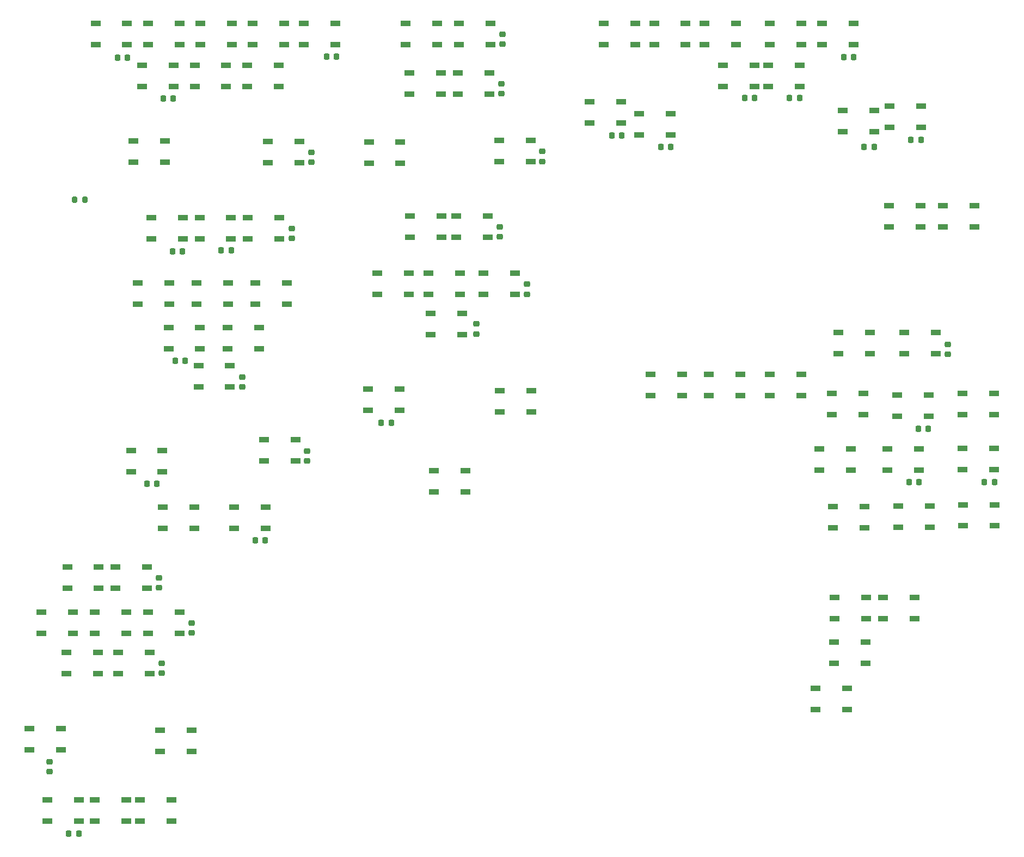
<source format=gbr>
%TF.GenerationSoftware,KiCad,Pcbnew,7.0.1*%
%TF.CreationDate,2023-04-16T02:52:32-08:00*%
%TF.ProjectId,SELECT JETT PANEL,53454c45-4354-4204-9a45-54542050414e,4*%
%TF.SameCoordinates,Original*%
%TF.FileFunction,Paste,Top*%
%TF.FilePolarity,Positive*%
%FSLAX46Y46*%
G04 Gerber Fmt 4.6, Leading zero omitted, Abs format (unit mm)*
G04 Created by KiCad (PCBNEW 7.0.1) date 2023-04-16 02:52:32*
%MOMM*%
%LPD*%
G01*
G04 APERTURE LIST*
G04 Aperture macros list*
%AMRoundRect*
0 Rectangle with rounded corners*
0 $1 Rounding radius*
0 $2 $3 $4 $5 $6 $7 $8 $9 X,Y pos of 4 corners*
0 Add a 4 corners polygon primitive as box body*
4,1,4,$2,$3,$4,$5,$6,$7,$8,$9,$2,$3,0*
0 Add four circle primitives for the rounded corners*
1,1,$1+$1,$2,$3*
1,1,$1+$1,$4,$5*
1,1,$1+$1,$6,$7*
1,1,$1+$1,$8,$9*
0 Add four rect primitives between the rounded corners*
20,1,$1+$1,$2,$3,$4,$5,0*
20,1,$1+$1,$4,$5,$6,$7,0*
20,1,$1+$1,$6,$7,$8,$9,0*
20,1,$1+$1,$8,$9,$2,$3,0*%
G04 Aperture macros list end*
%ADD10R,1.500000X0.900000*%
%ADD11RoundRect,0.225000X-0.225000X-0.250000X0.225000X-0.250000X0.225000X0.250000X-0.225000X0.250000X0*%
%ADD12RoundRect,0.225000X-0.250000X0.225000X-0.250000X-0.225000X0.250000X-0.225000X0.250000X0.225000X0*%
%ADD13RoundRect,0.225000X0.250000X-0.225000X0.250000X0.225000X-0.250000X0.225000X-0.250000X-0.225000X0*%
%ADD14RoundRect,0.200000X-0.200000X-0.275000X0.200000X-0.275000X0.200000X0.275000X-0.200000X0.275000X0*%
G04 APERTURE END LIST*
D10*
%TO.C,D41*%
X153350000Y-51750000D03*
X153350000Y-55050000D03*
X158250000Y-55050000D03*
X158250000Y-51750000D03*
%TD*%
D11*
%TO.C,C2*%
X93995000Y-38910000D03*
X95545000Y-38910000D03*
%TD*%
%TO.C,C4*%
X101145000Y-45270000D03*
X102695000Y-45270000D03*
%TD*%
%TO.C,C3*%
X128085000Y-38760000D03*
X126535000Y-38760000D03*
%TD*%
D12*
%TO.C,C5*%
X124190000Y-53597500D03*
X124190000Y-55147500D03*
%TD*%
%TO.C,C6*%
X121080000Y-65495000D03*
X121080000Y-67045000D03*
%TD*%
D11*
%TO.C,C7*%
X110137000Y-68900000D03*
X111687000Y-68900000D03*
%TD*%
%TO.C,C8*%
X102537000Y-69000000D03*
X104087000Y-69000000D03*
%TD*%
%TO.C,C13*%
X98585000Y-105210000D03*
X100135000Y-105210000D03*
%TD*%
D12*
%TO.C,C10*%
X113410000Y-88605000D03*
X113410000Y-90155000D03*
%TD*%
D11*
%TO.C,C9*%
X103015000Y-86070000D03*
X104565000Y-86070000D03*
%TD*%
D12*
%TO.C,C11*%
X123530000Y-100095000D03*
X123530000Y-101645000D03*
%TD*%
D11*
%TO.C,C12*%
X115445000Y-114030000D03*
X116995000Y-114030000D03*
%TD*%
D12*
%TO.C,C14*%
X100500000Y-119837000D03*
X100500000Y-121387000D03*
%TD*%
%TO.C,C15*%
X105500000Y-126837000D03*
X105500000Y-128387000D03*
%TD*%
%TO.C,C16*%
X100900000Y-133137000D03*
X100900000Y-134687000D03*
%TD*%
D13*
%TO.C,C18*%
X83440000Y-149985000D03*
X83440000Y-148435000D03*
%TD*%
D11*
%TO.C,C17*%
X86435000Y-159620000D03*
X87985000Y-159620000D03*
%TD*%
D12*
%TO.C,C24*%
X149800000Y-80337500D03*
X149800000Y-81887500D03*
%TD*%
D11*
%TO.C,C25*%
X135035000Y-95700000D03*
X136585000Y-95700000D03*
%TD*%
D12*
%TO.C,C23*%
X157700000Y-75687500D03*
X157700000Y-74137500D03*
%TD*%
%TO.C,C21*%
X160070000Y-53485000D03*
X160070000Y-55035000D03*
%TD*%
%TO.C,C22*%
X153500000Y-65237500D03*
X153500000Y-66787500D03*
%TD*%
%TO.C,C20*%
X153700000Y-42937500D03*
X153700000Y-44487500D03*
%TD*%
%TO.C,C19*%
X153900000Y-35237500D03*
X153900000Y-36787500D03*
%TD*%
D11*
%TO.C,C30*%
X178485000Y-52820000D03*
X180035000Y-52820000D03*
%TD*%
%TO.C,C29*%
X170875000Y-50970000D03*
X172425000Y-50970000D03*
%TD*%
%TO.C,C26*%
X206937000Y-38800000D03*
X208487000Y-38800000D03*
%TD*%
%TO.C,C28*%
X198537000Y-45200000D03*
X200087000Y-45200000D03*
%TD*%
%TO.C,C27*%
X191537000Y-45200000D03*
X193087000Y-45200000D03*
%TD*%
%TO.C,C31*%
X210137000Y-52800000D03*
X211687000Y-52800000D03*
%TD*%
%TO.C,C32*%
X217405000Y-51680000D03*
X218955000Y-51680000D03*
%TD*%
D12*
%TO.C,C33*%
X223100000Y-83515000D03*
X223100000Y-85065000D03*
%TD*%
D11*
%TO.C,C34*%
X218537000Y-96600000D03*
X220087000Y-96600000D03*
%TD*%
%TO.C,C35*%
X217105000Y-104940000D03*
X218655000Y-104940000D03*
%TD*%
%TO.C,C36*%
X228837000Y-104900000D03*
X230387000Y-104900000D03*
%TD*%
D10*
%TO.C,D2*%
X90600000Y-33550000D03*
X90600000Y-36850000D03*
X95500000Y-36850000D03*
X95500000Y-33550000D03*
%TD*%
%TO.C,D3*%
X98750000Y-33550000D03*
X98750000Y-36850000D03*
X103650000Y-36850000D03*
X103650000Y-33550000D03*
%TD*%
%TO.C,D4*%
X106900000Y-33550000D03*
X106900000Y-36850000D03*
X111800000Y-36850000D03*
X111800000Y-33550000D03*
%TD*%
%TO.C,D5*%
X115050000Y-33550000D03*
X115050000Y-36850000D03*
X119950000Y-36850000D03*
X119950000Y-33550000D03*
%TD*%
%TO.C,D6*%
X127900000Y-33550000D03*
X127900000Y-36850000D03*
X123000000Y-36850000D03*
X123000000Y-33550000D03*
%TD*%
%TO.C,D7*%
X97840000Y-40050000D03*
X97840000Y-43350000D03*
X102740000Y-43350000D03*
X102740000Y-40050000D03*
%TD*%
%TO.C,D8*%
X106015000Y-40050000D03*
X106015000Y-43350000D03*
X110915000Y-43350000D03*
X110915000Y-40050000D03*
%TD*%
%TO.C,D9*%
X114190000Y-40050000D03*
X114190000Y-43350000D03*
X119090000Y-43350000D03*
X119090000Y-40050000D03*
%TD*%
%TO.C,D10*%
X117390000Y-51910000D03*
X117390000Y-55210000D03*
X122290000Y-55210000D03*
X122290000Y-51910000D03*
%TD*%
%TO.C,D11*%
X114300000Y-63750000D03*
X114300000Y-67050000D03*
X119200000Y-67050000D03*
X119200000Y-63750000D03*
%TD*%
%TO.C,D12*%
X106775000Y-63750000D03*
X106775000Y-67050000D03*
X111675000Y-67050000D03*
X111675000Y-63750000D03*
%TD*%
%TO.C,D13*%
X99250000Y-63750000D03*
X99250000Y-67050000D03*
X104150000Y-67050000D03*
X104150000Y-63750000D03*
%TD*%
%TO.C,D14*%
X96500000Y-51850000D03*
X96500000Y-55150000D03*
X101400000Y-55150000D03*
X101400000Y-51850000D03*
%TD*%
%TO.C,D15*%
X97175000Y-73980000D03*
X97175000Y-77280000D03*
X102075000Y-77280000D03*
X102075000Y-73980000D03*
%TD*%
%TO.C,D16*%
X106300000Y-73980000D03*
X106300000Y-77280000D03*
X111200000Y-77280000D03*
X111200000Y-73980000D03*
%TD*%
%TO.C,D17*%
X115425000Y-73980000D03*
X115425000Y-77280000D03*
X120325000Y-77280000D03*
X120325000Y-73980000D03*
%TD*%
%TO.C,D18*%
X101950000Y-80850000D03*
X101950000Y-84150000D03*
X106850000Y-84150000D03*
X106850000Y-80850000D03*
%TD*%
%TO.C,D19*%
X111100000Y-80850000D03*
X111100000Y-84150000D03*
X116000000Y-84150000D03*
X116000000Y-80850000D03*
%TD*%
%TO.C,D20*%
X106600000Y-86850000D03*
X106600000Y-90150000D03*
X111500000Y-90150000D03*
X111500000Y-86850000D03*
%TD*%
%TO.C,D21*%
X116800000Y-98350000D03*
X116800000Y-101650000D03*
X121700000Y-101650000D03*
X121700000Y-98350000D03*
%TD*%
%TO.C,D22*%
X112170000Y-108820000D03*
X112170000Y-112120000D03*
X117070000Y-112120000D03*
X117070000Y-108820000D03*
%TD*%
%TO.C,D23*%
X101040000Y-108820000D03*
X101040000Y-112120000D03*
X105940000Y-112120000D03*
X105940000Y-108820000D03*
%TD*%
%TO.C,D24*%
X96100000Y-100010000D03*
X96100000Y-103310000D03*
X101000000Y-103310000D03*
X101000000Y-100010000D03*
%TD*%
%TO.C,D25*%
X86200000Y-118150000D03*
X86200000Y-121450000D03*
X91100000Y-121450000D03*
X91100000Y-118150000D03*
%TD*%
%TO.C,D26*%
X93700000Y-118150000D03*
X93700000Y-121450000D03*
X98600000Y-121450000D03*
X98600000Y-118150000D03*
%TD*%
%TO.C,D27*%
X82200000Y-125150000D03*
X82200000Y-128450000D03*
X87100000Y-128450000D03*
X87100000Y-125150000D03*
%TD*%
%TO.C,D28*%
X90500000Y-125150000D03*
X90500000Y-128450000D03*
X95400000Y-128450000D03*
X95400000Y-125150000D03*
%TD*%
%TO.C,D29*%
X98800000Y-125150000D03*
X98800000Y-128450000D03*
X103700000Y-128450000D03*
X103700000Y-125150000D03*
%TD*%
%TO.C,D30*%
X86100000Y-131450000D03*
X86100000Y-134750000D03*
X91000000Y-134750000D03*
X91000000Y-131450000D03*
%TD*%
%TO.C,D31*%
X94100000Y-131450000D03*
X94100000Y-134750000D03*
X99000000Y-134750000D03*
X99000000Y-131450000D03*
%TD*%
%TO.C,D32*%
X100660000Y-143580000D03*
X100660000Y-146880000D03*
X105560000Y-146880000D03*
X105560000Y-143580000D03*
%TD*%
%TO.C,D33*%
X97500000Y-154390000D03*
X97500000Y-157690000D03*
X102400000Y-157690000D03*
X102400000Y-154390000D03*
%TD*%
%TO.C,D34*%
X90450000Y-154390000D03*
X90450000Y-157690000D03*
X95350000Y-157690000D03*
X95350000Y-154390000D03*
%TD*%
%TO.C,D35*%
X83100000Y-154390000D03*
X83100000Y-157690000D03*
X88000000Y-157690000D03*
X88000000Y-154390000D03*
%TD*%
%TO.C,D36*%
X80280000Y-143270000D03*
X80280000Y-146570000D03*
X85180000Y-146570000D03*
X85180000Y-143270000D03*
%TD*%
%TO.C,D37*%
X138800000Y-33550000D03*
X138800000Y-36850000D03*
X143700000Y-36850000D03*
X143700000Y-33550000D03*
%TD*%
%TO.C,D38*%
X147150000Y-33550000D03*
X147150000Y-36850000D03*
X152050000Y-36850000D03*
X152050000Y-33550000D03*
%TD*%
%TO.C,D39*%
X139400000Y-41250000D03*
X139400000Y-44550000D03*
X144300000Y-44550000D03*
X144300000Y-41250000D03*
%TD*%
%TO.C,D40*%
X146950000Y-41250000D03*
X146950000Y-44550000D03*
X151850000Y-44550000D03*
X151850000Y-41250000D03*
%TD*%
%TO.C,D42*%
X146700000Y-63550000D03*
X146700000Y-66850000D03*
X151600000Y-66850000D03*
X151600000Y-63550000D03*
%TD*%
%TO.C,D43*%
X139500000Y-63550000D03*
X139500000Y-66850000D03*
X144400000Y-66850000D03*
X144400000Y-63550000D03*
%TD*%
%TO.C,D44*%
X133100000Y-52050000D03*
X133100000Y-55350000D03*
X138000000Y-55350000D03*
X138000000Y-52050000D03*
%TD*%
%TO.C,D45*%
X139350000Y-72450000D03*
X139350000Y-75750000D03*
X134450000Y-75750000D03*
X134450000Y-72450000D03*
%TD*%
%TO.C,D46*%
X147250000Y-72450000D03*
X147250000Y-75750000D03*
X142350000Y-75750000D03*
X142350000Y-72450000D03*
%TD*%
%TO.C,D47*%
X155800000Y-72450000D03*
X155800000Y-75750000D03*
X150900000Y-75750000D03*
X150900000Y-72450000D03*
%TD*%
%TO.C,D48*%
X142700000Y-78650000D03*
X142700000Y-81950000D03*
X147600000Y-81950000D03*
X147600000Y-78650000D03*
%TD*%
%TO.C,D49*%
X153500000Y-90750000D03*
X153500000Y-94050000D03*
X158400000Y-94050000D03*
X158400000Y-90750000D03*
%TD*%
%TO.C,D50*%
X143200000Y-103150000D03*
X143200000Y-106450000D03*
X148100000Y-106450000D03*
X148100000Y-103150000D03*
%TD*%
%TO.C,D51*%
X133000000Y-90450000D03*
X133000000Y-93750000D03*
X137900000Y-93750000D03*
X137900000Y-90450000D03*
%TD*%
%TO.C,D52*%
X169650000Y-33550000D03*
X169650000Y-36850000D03*
X174550000Y-36850000D03*
X174550000Y-33550000D03*
%TD*%
%TO.C,D53*%
X177475000Y-33550000D03*
X177475000Y-36850000D03*
X182375000Y-36850000D03*
X182375000Y-33550000D03*
%TD*%
%TO.C,D54*%
X185300000Y-33550000D03*
X185300000Y-36850000D03*
X190200000Y-36850000D03*
X190200000Y-33550000D03*
%TD*%
%TO.C,D55*%
X195450000Y-33550000D03*
X195450000Y-36850000D03*
X200350000Y-36850000D03*
X200350000Y-33550000D03*
%TD*%
%TO.C,D56*%
X203600000Y-33550000D03*
X203600000Y-36850000D03*
X208500000Y-36850000D03*
X208500000Y-33550000D03*
%TD*%
%TO.C,D57*%
X188200000Y-40050000D03*
X188200000Y-43350000D03*
X193100000Y-43350000D03*
X193100000Y-40050000D03*
%TD*%
%TO.C,D58*%
X195200000Y-40050000D03*
X195200000Y-43350000D03*
X200100000Y-43350000D03*
X200100000Y-40050000D03*
%TD*%
%TO.C,D59*%
X167460000Y-45740000D03*
X167460000Y-49040000D03*
X172360000Y-49040000D03*
X172360000Y-45740000D03*
%TD*%
%TO.C,D60*%
X175150000Y-47640000D03*
X175150000Y-50940000D03*
X180050000Y-50940000D03*
X180050000Y-47640000D03*
%TD*%
%TO.C,D61*%
X206840000Y-47070000D03*
X206840000Y-50370000D03*
X211740000Y-50370000D03*
X211740000Y-47070000D03*
%TD*%
%TO.C,D62*%
X214100000Y-46450000D03*
X214100000Y-49750000D03*
X219000000Y-49750000D03*
X219000000Y-46450000D03*
%TD*%
%TO.C,D63*%
X213970000Y-61910000D03*
X213970000Y-65210000D03*
X218870000Y-65210000D03*
X218870000Y-61910000D03*
%TD*%
%TO.C,D64*%
X222350000Y-61940000D03*
X222350000Y-65240000D03*
X227250000Y-65240000D03*
X227250000Y-61940000D03*
%TD*%
%TO.C,D65*%
X206160000Y-81660000D03*
X206160000Y-84960000D03*
X211060000Y-84960000D03*
X211060000Y-81660000D03*
%TD*%
%TO.C,D66*%
X221260000Y-81660000D03*
X221260000Y-84960000D03*
X216360000Y-84960000D03*
X216360000Y-81660000D03*
%TD*%
%TO.C,D67*%
X176900000Y-88150000D03*
X176900000Y-91450000D03*
X181800000Y-91450000D03*
X181800000Y-88150000D03*
%TD*%
%TO.C,D68*%
X185950000Y-88150000D03*
X185950000Y-91450000D03*
X190850000Y-91450000D03*
X190850000Y-88150000D03*
%TD*%
%TO.C,D69*%
X195450000Y-88150000D03*
X195450000Y-91450000D03*
X200350000Y-91450000D03*
X200350000Y-88150000D03*
%TD*%
%TO.C,D70*%
X205150000Y-91150000D03*
X205150000Y-94450000D03*
X210050000Y-94450000D03*
X210050000Y-91150000D03*
%TD*%
%TO.C,D71*%
X215250000Y-91350000D03*
X215250000Y-94650000D03*
X220150000Y-94650000D03*
X220150000Y-91350000D03*
%TD*%
%TO.C,D72*%
X225400000Y-91150000D03*
X225400000Y-94450000D03*
X230300000Y-94450000D03*
X230300000Y-91150000D03*
%TD*%
%TO.C,D73*%
X203150000Y-99750000D03*
X203150000Y-103050000D03*
X208050000Y-103050000D03*
X208050000Y-99750000D03*
%TD*%
%TO.C,D74*%
X213750000Y-99750000D03*
X213750000Y-103050000D03*
X218650000Y-103050000D03*
X218650000Y-99750000D03*
%TD*%
%TO.C,D75*%
X225450000Y-99650000D03*
X225450000Y-102950000D03*
X230350000Y-102950000D03*
X230350000Y-99650000D03*
%TD*%
%TO.C,D76*%
X205250000Y-108750000D03*
X205250000Y-112050000D03*
X210150000Y-112050000D03*
X210150000Y-108750000D03*
%TD*%
%TO.C,D77*%
X215450000Y-108650000D03*
X215450000Y-111950000D03*
X220350000Y-111950000D03*
X220350000Y-108650000D03*
%TD*%
%TO.C,D78*%
X225550000Y-108450000D03*
X225550000Y-111750000D03*
X230450000Y-111750000D03*
X230450000Y-108450000D03*
%TD*%
%TO.C,D79*%
X210400000Y-122850000D03*
X210400000Y-126150000D03*
X205500000Y-126150000D03*
X205500000Y-122850000D03*
%TD*%
%TO.C,D80*%
X213100000Y-122850000D03*
X213100000Y-126150000D03*
X218000000Y-126150000D03*
X218000000Y-122850000D03*
%TD*%
%TO.C,D81*%
X205450000Y-129850000D03*
X205450000Y-133150000D03*
X210350000Y-133150000D03*
X210350000Y-129850000D03*
%TD*%
%TO.C,D82*%
X202550000Y-137050000D03*
X202550000Y-140350000D03*
X207450000Y-140350000D03*
X207450000Y-137050000D03*
%TD*%
D14*
%TO.C,R1*%
X87305000Y-60960000D03*
X88955000Y-60960000D03*
%TD*%
M02*

</source>
